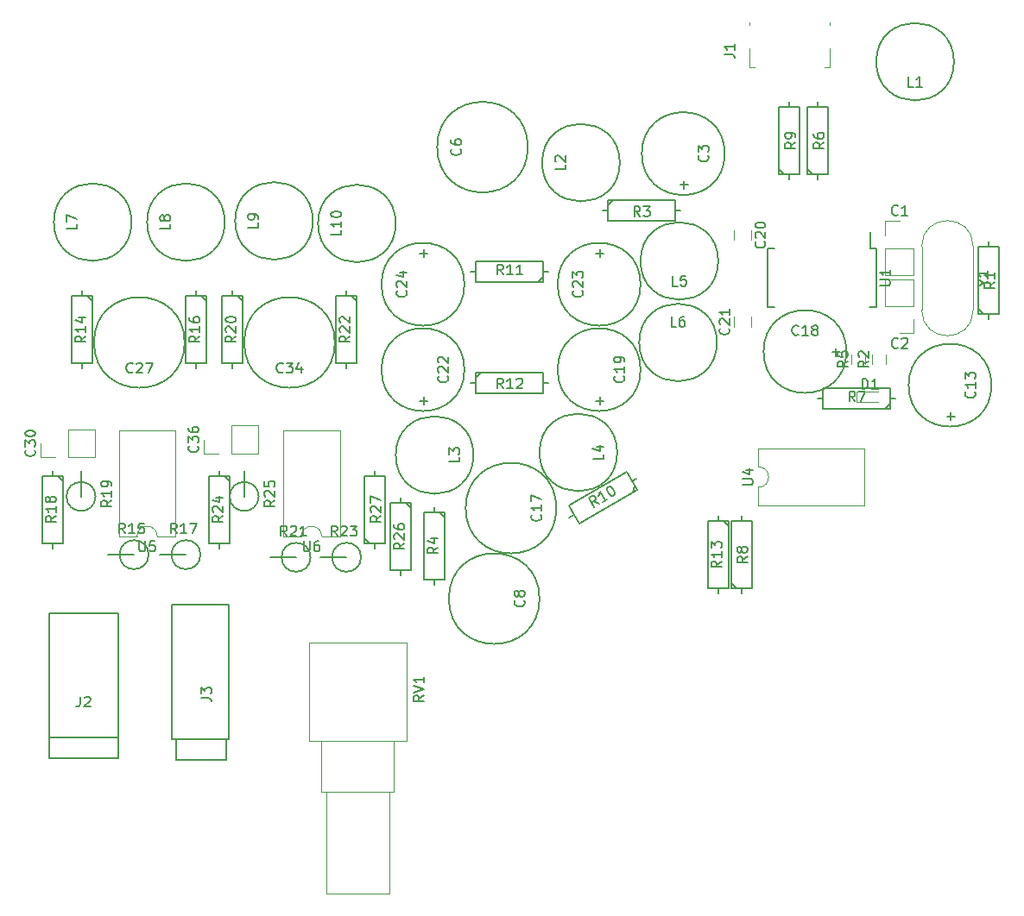
<source format=gbr>
G04 #@! TF.FileFunction,Legend,Top*
%FSLAX46Y46*%
G04 Gerber Fmt 4.6, Leading zero omitted, Abs format (unit mm)*
G04 Created by KiCad (PCBNEW 4.0.6+dfsg1-1) date Sat Nov  4 21:01:42 2017*
%MOMM*%
%LPD*%
G01*
G04 APERTURE LIST*
%ADD10C,0.100000*%
%ADD11C,0.120000*%
%ADD12C,0.150000*%
G04 APERTURE END LIST*
D10*
D11*
X173860000Y-48456000D02*
X174370000Y-48456000D01*
X173860000Y-44266000D02*
X173860000Y-44006000D01*
X173860000Y-48456000D02*
X173860000Y-46546000D01*
X181740000Y-48456000D02*
X181230000Y-48456000D01*
X181740000Y-46546000D02*
X181740000Y-48456000D01*
X181740000Y-44006000D02*
X181740000Y-44266000D01*
D12*
X177800000Y-59436000D02*
X177800000Y-58928000D01*
X177800000Y-51816000D02*
X177800000Y-52324000D01*
X177800000Y-52324000D02*
X176784000Y-52324000D01*
X176784000Y-52324000D02*
X176784000Y-58928000D01*
X176784000Y-58928000D02*
X178816000Y-58928000D01*
X178816000Y-58928000D02*
X178816000Y-52324000D01*
X178816000Y-52324000D02*
X177800000Y-52324000D01*
X177292000Y-58928000D02*
X176784000Y-58420000D01*
X180594000Y-59436000D02*
X180594000Y-58928000D01*
X180594000Y-51816000D02*
X180594000Y-52324000D01*
X180594000Y-52324000D02*
X179578000Y-52324000D01*
X179578000Y-52324000D02*
X179578000Y-58928000D01*
X179578000Y-58928000D02*
X181610000Y-58928000D01*
X181610000Y-58928000D02*
X181610000Y-52324000D01*
X181610000Y-52324000D02*
X180594000Y-52324000D01*
X180086000Y-58928000D02*
X179578000Y-58420000D01*
X186300000Y-66213000D02*
X185725000Y-66213000D01*
X186300000Y-71963000D02*
X185650000Y-71963000D01*
X175650000Y-71963000D02*
X176300000Y-71963000D01*
X175650000Y-66213000D02*
X176300000Y-66213000D01*
X186300000Y-66213000D02*
X186300000Y-71963000D01*
X175650000Y-66213000D02*
X175650000Y-71963000D01*
X185725000Y-66213000D02*
X185725000Y-64613000D01*
D11*
X187205000Y-66167000D02*
X187205000Y-68827000D01*
X187205000Y-68827000D02*
X189985000Y-68827000D01*
X189985000Y-68827000D02*
X189985000Y-66167000D01*
X189985000Y-66167000D02*
X187205000Y-66167000D01*
X187205000Y-64897000D02*
X187205000Y-63507000D01*
X187205000Y-63507000D02*
X188595000Y-63507000D01*
X189985000Y-71882000D02*
X189985000Y-69222000D01*
X189985000Y-69222000D02*
X187205000Y-69222000D01*
X187205000Y-69222000D02*
X187205000Y-71882000D01*
X187205000Y-71882000D02*
X189985000Y-71882000D01*
X189985000Y-73152000D02*
X189985000Y-74542000D01*
X189985000Y-74542000D02*
X188595000Y-74542000D01*
D12*
X171450000Y-56896000D02*
G75*
G03X171450000Y-56896000I-4064000J0D01*
G01*
X152146000Y-56261000D02*
G75*
G03X152146000Y-56261000I-4445000J0D01*
G01*
X153289000Y-100584000D02*
G75*
G03X153289000Y-100584000I-4445000J0D01*
G01*
X197612000Y-79629000D02*
G75*
G03X197612000Y-79629000I-4064000J0D01*
G01*
X154940000Y-91694000D02*
G75*
G03X154940000Y-91694000I-4445000J0D01*
G01*
X183388000Y-76327000D02*
G75*
G03X183388000Y-76327000I-4064000J0D01*
G01*
X163195000Y-78105000D02*
G75*
G03X163195000Y-78105000I-4064000J0D01*
G01*
D11*
X174078000Y-65397000D02*
X174078000Y-64397000D01*
X172378000Y-64397000D02*
X172378000Y-65397000D01*
X172378000Y-72906000D02*
X172378000Y-73906000D01*
X174078000Y-73906000D02*
X174078000Y-72906000D01*
D12*
X145923000Y-78105000D02*
G75*
G03X145923000Y-78105000I-4064000J0D01*
G01*
X163195000Y-69723000D02*
G75*
G03X163195000Y-69723000I-4064000J0D01*
G01*
X145923000Y-69723000D02*
G75*
G03X145923000Y-69723000I-4064000J0D01*
G01*
X118491000Y-75438000D02*
G75*
G03X118491000Y-75438000I-4445000J0D01*
G01*
D11*
X107061000Y-86734000D02*
X109721000Y-86734000D01*
X109721000Y-86734000D02*
X109721000Y-83954000D01*
X109721000Y-83954000D02*
X107061000Y-83954000D01*
X107061000Y-83954000D02*
X107061000Y-86734000D01*
X105791000Y-86734000D02*
X104401000Y-86734000D01*
X104401000Y-86734000D02*
X104401000Y-85344000D01*
D12*
X133223000Y-75438000D02*
G75*
G03X133223000Y-75438000I-4445000J0D01*
G01*
D11*
X123063000Y-86353000D02*
X125723000Y-86353000D01*
X125723000Y-86353000D02*
X125723000Y-83573000D01*
X125723000Y-83573000D02*
X123063000Y-83573000D01*
X123063000Y-83573000D02*
X123063000Y-86353000D01*
X121793000Y-86353000D02*
X120403000Y-86353000D01*
X120403000Y-86353000D02*
X120403000Y-84963000D01*
X184374000Y-80272000D02*
X184374000Y-81272000D01*
X184374000Y-81272000D02*
X186474000Y-81272000D01*
X184374000Y-80272000D02*
X186474000Y-80272000D01*
D12*
X105179000Y-114212000D02*
X105179000Y-116212000D01*
X105179000Y-116212000D02*
X111979000Y-116212000D01*
X111979000Y-116212000D02*
X111979000Y-114212000D01*
X111979000Y-108312000D02*
X111979000Y-102012000D01*
X111979000Y-102012000D02*
X111479000Y-102012000D01*
X105179000Y-114212000D02*
X105179000Y-113412000D01*
X111979000Y-113512000D02*
X111979000Y-114212000D01*
X111979000Y-114212000D02*
X105179000Y-114212000D01*
X111979000Y-108312000D02*
X111979000Y-113412000D01*
X111979000Y-113412000D02*
X111979000Y-113512000D01*
X105179000Y-102012000D02*
X111529000Y-102012000D01*
X105179000Y-113442000D02*
X105179000Y-102012000D01*
X121656000Y-116377000D02*
X122556000Y-116377000D01*
X122556000Y-116377000D02*
X122556000Y-114377000D01*
X117656000Y-114377000D02*
X117656000Y-116377000D01*
X117656000Y-116377000D02*
X121656000Y-116377000D01*
X117456000Y-114377000D02*
X117256000Y-114377000D01*
X117256000Y-114377000D02*
X117256000Y-101177000D01*
X117256000Y-101177000D02*
X122856000Y-101177000D01*
X122856000Y-101177000D02*
X122856000Y-101677000D01*
X122856000Y-101577000D02*
X122856000Y-114377000D01*
X122856000Y-114377000D02*
X117456000Y-114377000D01*
X193929000Y-47879000D02*
G75*
G03X193929000Y-47879000I-3810000J0D01*
G01*
X161163000Y-57785000D02*
G75*
G03X161163000Y-57785000I-3810000J0D01*
G01*
X146812000Y-86487000D02*
G75*
G03X146812000Y-86487000I-3810000J0D01*
G01*
X160909000Y-86233000D02*
G75*
G03X160909000Y-86233000I-3810000J0D01*
G01*
X170815000Y-67437000D02*
G75*
G03X170815000Y-67437000I-3810000J0D01*
G01*
X170688000Y-75438000D02*
G75*
G03X170688000Y-75438000I-3810000J0D01*
G01*
X113284000Y-63627000D02*
G75*
G03X113284000Y-63627000I-3810000J0D01*
G01*
X122428000Y-63627000D02*
G75*
G03X122428000Y-63627000I-3810000J0D01*
G01*
X131064000Y-63500000D02*
G75*
G03X131064000Y-63500000I-3810000J0D01*
G01*
X139192000Y-63754000D02*
G75*
G03X139192000Y-63754000I-3810000J0D01*
G01*
X197358000Y-73152000D02*
X197358000Y-72644000D01*
X197358000Y-65532000D02*
X197358000Y-66040000D01*
X197358000Y-66040000D02*
X196342000Y-66040000D01*
X196342000Y-66040000D02*
X196342000Y-72644000D01*
X196342000Y-72644000D02*
X198374000Y-72644000D01*
X198374000Y-72644000D02*
X198374000Y-66040000D01*
X198374000Y-66040000D02*
X197358000Y-66040000D01*
X196850000Y-72644000D02*
X196342000Y-72136000D01*
X159512000Y-62484000D02*
X160020000Y-62484000D01*
X167132000Y-62484000D02*
X166624000Y-62484000D01*
X166624000Y-62484000D02*
X166624000Y-61468000D01*
X166624000Y-61468000D02*
X160020000Y-61468000D01*
X160020000Y-61468000D02*
X160020000Y-63500000D01*
X160020000Y-63500000D02*
X166624000Y-63500000D01*
X166624000Y-63500000D02*
X166624000Y-62484000D01*
X160020000Y-61976000D02*
X160528000Y-61468000D01*
X143002000Y-91567000D02*
X143002000Y-92075000D01*
X143002000Y-99187000D02*
X143002000Y-98679000D01*
X143002000Y-98679000D02*
X144018000Y-98679000D01*
X144018000Y-98679000D02*
X144018000Y-92075000D01*
X144018000Y-92075000D02*
X141986000Y-92075000D01*
X141986000Y-92075000D02*
X141986000Y-98679000D01*
X141986000Y-98679000D02*
X143002000Y-98679000D01*
X143510000Y-92075000D02*
X144018000Y-92583000D01*
X188214000Y-80899000D02*
X187706000Y-80899000D01*
X180594000Y-80899000D02*
X181102000Y-80899000D01*
X181102000Y-80899000D02*
X181102000Y-81915000D01*
X181102000Y-81915000D02*
X187706000Y-81915000D01*
X187706000Y-81915000D02*
X187706000Y-79883000D01*
X187706000Y-79883000D02*
X181102000Y-79883000D01*
X181102000Y-79883000D02*
X181102000Y-80899000D01*
X187706000Y-81407000D02*
X187198000Y-81915000D01*
X173101000Y-100076000D02*
X173101000Y-99568000D01*
X173101000Y-92456000D02*
X173101000Y-92964000D01*
X173101000Y-92964000D02*
X172085000Y-92964000D01*
X172085000Y-92964000D02*
X172085000Y-99568000D01*
X172085000Y-99568000D02*
X174117000Y-99568000D01*
X174117000Y-99568000D02*
X174117000Y-92964000D01*
X174117000Y-92964000D02*
X173101000Y-92964000D01*
X172593000Y-99568000D02*
X172085000Y-99060000D01*
X162811557Y-88773000D02*
X162371616Y-89027000D01*
X156212443Y-92583000D02*
X156652384Y-92329000D01*
X156652384Y-92329000D02*
X157160384Y-93208882D01*
X157160384Y-93208882D02*
X162879616Y-89906882D01*
X162879616Y-89906882D02*
X161863616Y-88147118D01*
X161863616Y-88147118D02*
X156144384Y-91449118D01*
X156144384Y-91449118D02*
X156652384Y-92329000D01*
X162625616Y-89466941D02*
X162439675Y-90160882D01*
X154178000Y-68453000D02*
X153670000Y-68453000D01*
X146558000Y-68453000D02*
X147066000Y-68453000D01*
X147066000Y-68453000D02*
X147066000Y-69469000D01*
X147066000Y-69469000D02*
X153670000Y-69469000D01*
X153670000Y-69469000D02*
X153670000Y-67437000D01*
X153670000Y-67437000D02*
X147066000Y-67437000D01*
X147066000Y-67437000D02*
X147066000Y-68453000D01*
X153670000Y-68961000D02*
X153162000Y-69469000D01*
X146558000Y-79375000D02*
X147066000Y-79375000D01*
X154178000Y-79375000D02*
X153670000Y-79375000D01*
X153670000Y-79375000D02*
X153670000Y-78359000D01*
X153670000Y-78359000D02*
X147066000Y-78359000D01*
X147066000Y-78359000D02*
X147066000Y-80391000D01*
X147066000Y-80391000D02*
X153670000Y-80391000D01*
X153670000Y-80391000D02*
X153670000Y-79375000D01*
X147066000Y-78867000D02*
X147574000Y-78359000D01*
X170815000Y-92456000D02*
X170815000Y-92964000D01*
X170815000Y-100076000D02*
X170815000Y-99568000D01*
X170815000Y-99568000D02*
X171831000Y-99568000D01*
X171831000Y-99568000D02*
X171831000Y-92964000D01*
X171831000Y-92964000D02*
X169799000Y-92964000D01*
X169799000Y-92964000D02*
X169799000Y-99568000D01*
X169799000Y-99568000D02*
X170815000Y-99568000D01*
X171323000Y-92964000D02*
X171831000Y-93472000D01*
X108458000Y-70358000D02*
X108458000Y-70866000D01*
X108458000Y-77978000D02*
X108458000Y-77470000D01*
X108458000Y-77470000D02*
X109474000Y-77470000D01*
X109474000Y-77470000D02*
X109474000Y-70866000D01*
X109474000Y-70866000D02*
X107442000Y-70866000D01*
X107442000Y-70866000D02*
X107442000Y-77470000D01*
X107442000Y-77470000D02*
X108458000Y-77470000D01*
X108966000Y-70866000D02*
X109474000Y-71374000D01*
X119634000Y-70358000D02*
X119634000Y-70866000D01*
X119634000Y-77978000D02*
X119634000Y-77470000D01*
X119634000Y-77470000D02*
X120650000Y-77470000D01*
X120650000Y-77470000D02*
X120650000Y-70866000D01*
X120650000Y-70866000D02*
X118618000Y-70866000D01*
X118618000Y-70866000D02*
X118618000Y-77470000D01*
X118618000Y-77470000D02*
X119634000Y-77470000D01*
X120142000Y-70866000D02*
X120650000Y-71374000D01*
X105537000Y-88011000D02*
X105537000Y-88519000D01*
X105537000Y-95631000D02*
X105537000Y-95123000D01*
X105537000Y-95123000D02*
X106553000Y-95123000D01*
X106553000Y-95123000D02*
X106553000Y-88519000D01*
X106553000Y-88519000D02*
X104521000Y-88519000D01*
X104521000Y-88519000D02*
X104521000Y-95123000D01*
X104521000Y-95123000D02*
X105537000Y-95123000D01*
X106045000Y-88519000D02*
X106553000Y-89027000D01*
X123190000Y-70358000D02*
X123190000Y-70866000D01*
X123190000Y-77978000D02*
X123190000Y-77470000D01*
X123190000Y-77470000D02*
X124206000Y-77470000D01*
X124206000Y-77470000D02*
X124206000Y-70866000D01*
X124206000Y-70866000D02*
X122174000Y-70866000D01*
X122174000Y-70866000D02*
X122174000Y-77470000D01*
X122174000Y-77470000D02*
X123190000Y-77470000D01*
X123698000Y-70866000D02*
X124206000Y-71374000D01*
X134366000Y-70358000D02*
X134366000Y-70866000D01*
X134366000Y-77978000D02*
X134366000Y-77470000D01*
X134366000Y-77470000D02*
X135382000Y-77470000D01*
X135382000Y-77470000D02*
X135382000Y-70866000D01*
X135382000Y-70866000D02*
X133350000Y-70866000D01*
X133350000Y-70866000D02*
X133350000Y-77470000D01*
X133350000Y-77470000D02*
X134366000Y-77470000D01*
X134874000Y-70866000D02*
X135382000Y-71374000D01*
X121920000Y-88011000D02*
X121920000Y-88519000D01*
X121920000Y-95631000D02*
X121920000Y-95123000D01*
X121920000Y-95123000D02*
X122936000Y-95123000D01*
X122936000Y-95123000D02*
X122936000Y-88519000D01*
X122936000Y-88519000D02*
X120904000Y-88519000D01*
X120904000Y-88519000D02*
X120904000Y-95123000D01*
X120904000Y-95123000D02*
X121920000Y-95123000D01*
X122428000Y-88519000D02*
X122936000Y-89027000D01*
X139700000Y-90678000D02*
X139700000Y-91186000D01*
X139700000Y-98298000D02*
X139700000Y-97790000D01*
X139700000Y-97790000D02*
X140716000Y-97790000D01*
X140716000Y-97790000D02*
X140716000Y-91186000D01*
X140716000Y-91186000D02*
X138684000Y-91186000D01*
X138684000Y-91186000D02*
X138684000Y-97790000D01*
X138684000Y-97790000D02*
X139700000Y-97790000D01*
X140208000Y-91186000D02*
X140716000Y-91694000D01*
X137160000Y-95631000D02*
X137160000Y-95123000D01*
X137160000Y-88011000D02*
X137160000Y-88519000D01*
X137160000Y-88519000D02*
X136144000Y-88519000D01*
X136144000Y-88519000D02*
X136144000Y-95123000D01*
X136144000Y-95123000D02*
X138176000Y-95123000D01*
X138176000Y-95123000D02*
X138176000Y-88519000D01*
X138176000Y-88519000D02*
X137160000Y-88519000D01*
X136652000Y-95123000D02*
X136144000Y-94615000D01*
D11*
X140279000Y-104864000D02*
X140279000Y-114534000D01*
X130659000Y-104864000D02*
X130659000Y-114534000D01*
X140279000Y-104864000D02*
X130659000Y-104864000D01*
X140279000Y-114534000D02*
X130659000Y-114534000D01*
X139029000Y-114534000D02*
X139029000Y-119534000D01*
X131909000Y-114534000D02*
X131909000Y-119534000D01*
X139029000Y-114534000D02*
X131909000Y-114534000D01*
X139029000Y-119534000D02*
X131909000Y-119534000D01*
X138529000Y-119534000D02*
X138529000Y-129534000D01*
X132409000Y-119534000D02*
X132409000Y-129534000D01*
X138529000Y-119534000D02*
X132409000Y-119534000D01*
X138529000Y-129534000D02*
X132409000Y-129534000D01*
X174759000Y-87646000D02*
G75*
G02X174759000Y-89646000I0J-1000000D01*
G01*
X174759000Y-89646000D02*
X174759000Y-91416000D01*
X174759000Y-91416000D02*
X185159000Y-91416000D01*
X185159000Y-91416000D02*
X185159000Y-85876000D01*
X185159000Y-85876000D02*
X174759000Y-85876000D01*
X174759000Y-85876000D02*
X174759000Y-87646000D01*
X113808000Y-94481000D02*
G75*
G02X115808000Y-94481000I1000000J0D01*
G01*
X115808000Y-94481000D02*
X117578000Y-94481000D01*
X117578000Y-94481000D02*
X117578000Y-84081000D01*
X117578000Y-84081000D02*
X112038000Y-84081000D01*
X112038000Y-84081000D02*
X112038000Y-94481000D01*
X112038000Y-94481000D02*
X113808000Y-94481000D01*
X129937000Y-94481000D02*
G75*
G02X131937000Y-94481000I1000000J0D01*
G01*
X131937000Y-94481000D02*
X133707000Y-94481000D01*
X133707000Y-94481000D02*
X133707000Y-84081000D01*
X133707000Y-84081000D02*
X128167000Y-84081000D01*
X128167000Y-84081000D02*
X128167000Y-94481000D01*
X128167000Y-94481000D02*
X129937000Y-94481000D01*
X190769000Y-66000000D02*
G75*
G02X195819000Y-66000000I2525000J0D01*
G01*
X190769000Y-72250000D02*
G75*
G03X195819000Y-72250000I2525000J0D01*
G01*
X195819000Y-66000000D02*
X195819000Y-72250000D01*
X190769000Y-66000000D02*
X190769000Y-72250000D01*
X185211000Y-76589000D02*
X185211000Y-77589000D01*
X183851000Y-77589000D02*
X183851000Y-76589000D01*
X187243000Y-76589000D02*
X187243000Y-77589000D01*
X185883000Y-77589000D02*
X185883000Y-76589000D01*
D12*
X134366000Y-96520000D02*
X131826000Y-96520000D01*
X135785903Y-96520000D02*
G75*
G03X135785903Y-96520000I-1419903J0D01*
G01*
X124333000Y-90551000D02*
X124333000Y-88011000D01*
X125752903Y-90551000D02*
G75*
G03X125752903Y-90551000I-1419903J0D01*
G01*
X129413000Y-96520000D02*
X126873000Y-96520000D01*
X130832903Y-96520000D02*
G75*
G03X130832903Y-96520000I-1419903J0D01*
G01*
X108331000Y-90551000D02*
X108331000Y-88011000D01*
X109750903Y-90551000D02*
G75*
G03X109750903Y-90551000I-1419903J0D01*
G01*
X118618000Y-96266000D02*
X116078000Y-96266000D01*
X120037903Y-96266000D02*
G75*
G03X120037903Y-96266000I-1419903J0D01*
G01*
X113538000Y-96266000D02*
X110998000Y-96266000D01*
X114957903Y-96266000D02*
G75*
G03X114957903Y-96266000I-1419903J0D01*
G01*
X171412381Y-47139333D02*
X172126667Y-47139333D01*
X172269524Y-47186953D01*
X172364762Y-47282191D01*
X172412381Y-47425048D01*
X172412381Y-47520286D01*
X172412381Y-46139333D02*
X172412381Y-46710762D01*
X172412381Y-46425048D02*
X171412381Y-46425048D01*
X171555238Y-46520286D01*
X171650476Y-46615524D01*
X171698095Y-46710762D01*
X178379381Y-55792666D02*
X177903190Y-56126000D01*
X178379381Y-56364095D02*
X177379381Y-56364095D01*
X177379381Y-55983142D01*
X177427000Y-55887904D01*
X177474619Y-55840285D01*
X177569857Y-55792666D01*
X177712714Y-55792666D01*
X177807952Y-55840285D01*
X177855571Y-55887904D01*
X177903190Y-55983142D01*
X177903190Y-56364095D01*
X178379381Y-55316476D02*
X178379381Y-55126000D01*
X178331762Y-55030761D01*
X178284143Y-54983142D01*
X178141286Y-54887904D01*
X177950810Y-54840285D01*
X177569857Y-54840285D01*
X177474619Y-54887904D01*
X177427000Y-54935523D01*
X177379381Y-55030761D01*
X177379381Y-55221238D01*
X177427000Y-55316476D01*
X177474619Y-55364095D01*
X177569857Y-55411714D01*
X177807952Y-55411714D01*
X177903190Y-55364095D01*
X177950810Y-55316476D01*
X177998429Y-55221238D01*
X177998429Y-55030761D01*
X177950810Y-54935523D01*
X177903190Y-54887904D01*
X177807952Y-54840285D01*
X181173381Y-55792666D02*
X180697190Y-56126000D01*
X181173381Y-56364095D02*
X180173381Y-56364095D01*
X180173381Y-55983142D01*
X180221000Y-55887904D01*
X180268619Y-55840285D01*
X180363857Y-55792666D01*
X180506714Y-55792666D01*
X180601952Y-55840285D01*
X180649571Y-55887904D01*
X180697190Y-55983142D01*
X180697190Y-56364095D01*
X180173381Y-54935523D02*
X180173381Y-55126000D01*
X180221000Y-55221238D01*
X180268619Y-55268857D01*
X180411476Y-55364095D01*
X180601952Y-55411714D01*
X180982905Y-55411714D01*
X181078143Y-55364095D01*
X181125762Y-55316476D01*
X181173381Y-55221238D01*
X181173381Y-55030761D01*
X181125762Y-54935523D01*
X181078143Y-54887904D01*
X180982905Y-54840285D01*
X180744810Y-54840285D01*
X180649571Y-54887904D01*
X180601952Y-54935523D01*
X180554333Y-55030761D01*
X180554333Y-55221238D01*
X180601952Y-55316476D01*
X180649571Y-55364095D01*
X180744810Y-55411714D01*
X186677381Y-69849905D02*
X187486905Y-69849905D01*
X187582143Y-69802286D01*
X187629762Y-69754667D01*
X187677381Y-69659429D01*
X187677381Y-69468952D01*
X187629762Y-69373714D01*
X187582143Y-69326095D01*
X187486905Y-69278476D01*
X186677381Y-69278476D01*
X187677381Y-68278476D02*
X187677381Y-68849905D01*
X187677381Y-68564191D02*
X186677381Y-68564191D01*
X186820238Y-68659429D01*
X186915476Y-68754667D01*
X186963095Y-68849905D01*
X188428334Y-62864143D02*
X188380715Y-62911762D01*
X188237858Y-62959381D01*
X188142620Y-62959381D01*
X187999762Y-62911762D01*
X187904524Y-62816524D01*
X187856905Y-62721286D01*
X187809286Y-62530810D01*
X187809286Y-62387952D01*
X187856905Y-62197476D01*
X187904524Y-62102238D01*
X187999762Y-62007000D01*
X188142620Y-61959381D01*
X188237858Y-61959381D01*
X188380715Y-62007000D01*
X188428334Y-62054619D01*
X189380715Y-62959381D02*
X188809286Y-62959381D01*
X189095000Y-62959381D02*
X189095000Y-61959381D01*
X188999762Y-62102238D01*
X188904524Y-62197476D01*
X188809286Y-62245095D01*
X188428334Y-75899143D02*
X188380715Y-75946762D01*
X188237858Y-75994381D01*
X188142620Y-75994381D01*
X187999762Y-75946762D01*
X187904524Y-75851524D01*
X187856905Y-75756286D01*
X187809286Y-75565810D01*
X187809286Y-75422952D01*
X187856905Y-75232476D01*
X187904524Y-75137238D01*
X187999762Y-75042000D01*
X188142620Y-74994381D01*
X188237858Y-74994381D01*
X188380715Y-75042000D01*
X188428334Y-75089619D01*
X188809286Y-75089619D02*
X188856905Y-75042000D01*
X188952143Y-74994381D01*
X189190239Y-74994381D01*
X189285477Y-75042000D01*
X189333096Y-75089619D01*
X189380715Y-75184857D01*
X189380715Y-75280095D01*
X189333096Y-75422952D01*
X188761667Y-75994381D01*
X189380715Y-75994381D01*
X169775143Y-57062666D02*
X169822762Y-57110285D01*
X169870381Y-57253142D01*
X169870381Y-57348380D01*
X169822762Y-57491238D01*
X169727524Y-57586476D01*
X169632286Y-57634095D01*
X169441810Y-57681714D01*
X169298952Y-57681714D01*
X169108476Y-57634095D01*
X169013238Y-57586476D01*
X168918000Y-57491238D01*
X168870381Y-57348380D01*
X168870381Y-57253142D01*
X168918000Y-57110285D01*
X168965619Y-57062666D01*
X168870381Y-56729333D02*
X168870381Y-56110285D01*
X169251333Y-56443619D01*
X169251333Y-56300761D01*
X169298952Y-56205523D01*
X169346571Y-56157904D01*
X169441810Y-56110285D01*
X169679905Y-56110285D01*
X169775143Y-56157904D01*
X169822762Y-56205523D01*
X169870381Y-56300761D01*
X169870381Y-56586476D01*
X169822762Y-56681714D01*
X169775143Y-56729333D01*
X167457429Y-60322412D02*
X167457429Y-59560507D01*
X167838381Y-59941459D02*
X167076476Y-59941459D01*
X145518143Y-56427666D02*
X145565762Y-56475285D01*
X145613381Y-56618142D01*
X145613381Y-56713380D01*
X145565762Y-56856238D01*
X145470524Y-56951476D01*
X145375286Y-56999095D01*
X145184810Y-57046714D01*
X145041952Y-57046714D01*
X144851476Y-56999095D01*
X144756238Y-56951476D01*
X144661000Y-56856238D01*
X144613381Y-56713380D01*
X144613381Y-56618142D01*
X144661000Y-56475285D01*
X144708619Y-56427666D01*
X144613381Y-55570523D02*
X144613381Y-55761000D01*
X144661000Y-55856238D01*
X144708619Y-55903857D01*
X144851476Y-55999095D01*
X145041952Y-56046714D01*
X145422905Y-56046714D01*
X145518143Y-55999095D01*
X145565762Y-55951476D01*
X145613381Y-55856238D01*
X145613381Y-55665761D01*
X145565762Y-55570523D01*
X145518143Y-55522904D01*
X145422905Y-55475285D01*
X145184810Y-55475285D01*
X145089571Y-55522904D01*
X145041952Y-55570523D01*
X144994333Y-55665761D01*
X144994333Y-55856238D01*
X145041952Y-55951476D01*
X145089571Y-55999095D01*
X145184810Y-56046714D01*
X151741143Y-100750666D02*
X151788762Y-100798285D01*
X151836381Y-100941142D01*
X151836381Y-101036380D01*
X151788762Y-101179238D01*
X151693524Y-101274476D01*
X151598286Y-101322095D01*
X151407810Y-101369714D01*
X151264952Y-101369714D01*
X151074476Y-101322095D01*
X150979238Y-101274476D01*
X150884000Y-101179238D01*
X150836381Y-101036380D01*
X150836381Y-100941142D01*
X150884000Y-100798285D01*
X150931619Y-100750666D01*
X151264952Y-100179238D02*
X151217333Y-100274476D01*
X151169714Y-100322095D01*
X151074476Y-100369714D01*
X151026857Y-100369714D01*
X150931619Y-100322095D01*
X150884000Y-100274476D01*
X150836381Y-100179238D01*
X150836381Y-99988761D01*
X150884000Y-99893523D01*
X150931619Y-99845904D01*
X151026857Y-99798285D01*
X151074476Y-99798285D01*
X151169714Y-99845904D01*
X151217333Y-99893523D01*
X151264952Y-99988761D01*
X151264952Y-100179238D01*
X151312571Y-100274476D01*
X151360190Y-100322095D01*
X151455429Y-100369714D01*
X151645905Y-100369714D01*
X151741143Y-100322095D01*
X151788762Y-100274476D01*
X151836381Y-100179238D01*
X151836381Y-99988761D01*
X151788762Y-99893523D01*
X151741143Y-99845904D01*
X151645905Y-99798285D01*
X151455429Y-99798285D01*
X151360190Y-99845904D01*
X151312571Y-99893523D01*
X151264952Y-99988761D01*
X195937143Y-80271857D02*
X195984762Y-80319476D01*
X196032381Y-80462333D01*
X196032381Y-80557571D01*
X195984762Y-80700429D01*
X195889524Y-80795667D01*
X195794286Y-80843286D01*
X195603810Y-80890905D01*
X195460952Y-80890905D01*
X195270476Y-80843286D01*
X195175238Y-80795667D01*
X195080000Y-80700429D01*
X195032381Y-80557571D01*
X195032381Y-80462333D01*
X195080000Y-80319476D01*
X195127619Y-80271857D01*
X196032381Y-79319476D02*
X196032381Y-79890905D01*
X196032381Y-79605191D02*
X195032381Y-79605191D01*
X195175238Y-79700429D01*
X195270476Y-79795667D01*
X195318095Y-79890905D01*
X195032381Y-78986143D02*
X195032381Y-78367095D01*
X195413333Y-78700429D01*
X195413333Y-78557571D01*
X195460952Y-78462333D01*
X195508571Y-78414714D01*
X195603810Y-78367095D01*
X195841905Y-78367095D01*
X195937143Y-78414714D01*
X195984762Y-78462333D01*
X196032381Y-78557571D01*
X196032381Y-78843286D01*
X195984762Y-78938524D01*
X195937143Y-78986143D01*
X193619429Y-83055412D02*
X193619429Y-82293507D01*
X194000381Y-82674459D02*
X193238476Y-82674459D01*
X153392143Y-92336857D02*
X153439762Y-92384476D01*
X153487381Y-92527333D01*
X153487381Y-92622571D01*
X153439762Y-92765429D01*
X153344524Y-92860667D01*
X153249286Y-92908286D01*
X153058810Y-92955905D01*
X152915952Y-92955905D01*
X152725476Y-92908286D01*
X152630238Y-92860667D01*
X152535000Y-92765429D01*
X152487381Y-92622571D01*
X152487381Y-92527333D01*
X152535000Y-92384476D01*
X152582619Y-92336857D01*
X153487381Y-91384476D02*
X153487381Y-91955905D01*
X153487381Y-91670191D02*
X152487381Y-91670191D01*
X152630238Y-91765429D01*
X152725476Y-91860667D01*
X152773095Y-91955905D01*
X152487381Y-91051143D02*
X152487381Y-90384476D01*
X153487381Y-90813048D01*
X178681143Y-74652143D02*
X178633524Y-74699762D01*
X178490667Y-74747381D01*
X178395429Y-74747381D01*
X178252571Y-74699762D01*
X178157333Y-74604524D01*
X178109714Y-74509286D01*
X178062095Y-74318810D01*
X178062095Y-74175952D01*
X178109714Y-73985476D01*
X178157333Y-73890238D01*
X178252571Y-73795000D01*
X178395429Y-73747381D01*
X178490667Y-73747381D01*
X178633524Y-73795000D01*
X178681143Y-73842619D01*
X179633524Y-74747381D02*
X179062095Y-74747381D01*
X179347809Y-74747381D02*
X179347809Y-73747381D01*
X179252571Y-73890238D01*
X179157333Y-73985476D01*
X179062095Y-74033095D01*
X180204952Y-74175952D02*
X180109714Y-74128333D01*
X180062095Y-74080714D01*
X180014476Y-73985476D01*
X180014476Y-73937857D01*
X180062095Y-73842619D01*
X180109714Y-73795000D01*
X180204952Y-73747381D01*
X180395429Y-73747381D01*
X180490667Y-73795000D01*
X180538286Y-73842619D01*
X180585905Y-73937857D01*
X180585905Y-73985476D01*
X180538286Y-74080714D01*
X180490667Y-74128333D01*
X180395429Y-74175952D01*
X180204952Y-74175952D01*
X180109714Y-74223571D01*
X180062095Y-74271190D01*
X180014476Y-74366429D01*
X180014476Y-74556905D01*
X180062095Y-74652143D01*
X180109714Y-74699762D01*
X180204952Y-74747381D01*
X180395429Y-74747381D01*
X180490667Y-74699762D01*
X180538286Y-74652143D01*
X180585905Y-74556905D01*
X180585905Y-74366429D01*
X180538286Y-74271190D01*
X180490667Y-74223571D01*
X180395429Y-74175952D01*
X181988508Y-76398429D02*
X182750413Y-76398429D01*
X182369461Y-76779381D02*
X182369461Y-76017476D01*
X161520143Y-78747857D02*
X161567762Y-78795476D01*
X161615381Y-78938333D01*
X161615381Y-79033571D01*
X161567762Y-79176429D01*
X161472524Y-79271667D01*
X161377286Y-79319286D01*
X161186810Y-79366905D01*
X161043952Y-79366905D01*
X160853476Y-79319286D01*
X160758238Y-79271667D01*
X160663000Y-79176429D01*
X160615381Y-79033571D01*
X160615381Y-78938333D01*
X160663000Y-78795476D01*
X160710619Y-78747857D01*
X161615381Y-77795476D02*
X161615381Y-78366905D01*
X161615381Y-78081191D02*
X160615381Y-78081191D01*
X160758238Y-78176429D01*
X160853476Y-78271667D01*
X160901095Y-78366905D01*
X161615381Y-77319286D02*
X161615381Y-77128810D01*
X161567762Y-77033571D01*
X161520143Y-76985952D01*
X161377286Y-76890714D01*
X161186810Y-76843095D01*
X160805857Y-76843095D01*
X160710619Y-76890714D01*
X160663000Y-76938333D01*
X160615381Y-77033571D01*
X160615381Y-77224048D01*
X160663000Y-77319286D01*
X160710619Y-77366905D01*
X160805857Y-77414524D01*
X161043952Y-77414524D01*
X161139190Y-77366905D01*
X161186810Y-77319286D01*
X161234429Y-77224048D01*
X161234429Y-77033571D01*
X161186810Y-76938333D01*
X161139190Y-76890714D01*
X161043952Y-76843095D01*
X159202429Y-81531412D02*
X159202429Y-80769507D01*
X159583381Y-81150459D02*
X158821476Y-81150459D01*
X175335143Y-65539857D02*
X175382762Y-65587476D01*
X175430381Y-65730333D01*
X175430381Y-65825571D01*
X175382762Y-65968429D01*
X175287524Y-66063667D01*
X175192286Y-66111286D01*
X175001810Y-66158905D01*
X174858952Y-66158905D01*
X174668476Y-66111286D01*
X174573238Y-66063667D01*
X174478000Y-65968429D01*
X174430381Y-65825571D01*
X174430381Y-65730333D01*
X174478000Y-65587476D01*
X174525619Y-65539857D01*
X174525619Y-65158905D02*
X174478000Y-65111286D01*
X174430381Y-65016048D01*
X174430381Y-64777952D01*
X174478000Y-64682714D01*
X174525619Y-64635095D01*
X174620857Y-64587476D01*
X174716095Y-64587476D01*
X174858952Y-64635095D01*
X175430381Y-65206524D01*
X175430381Y-64587476D01*
X174430381Y-63968429D02*
X174430381Y-63873190D01*
X174478000Y-63777952D01*
X174525619Y-63730333D01*
X174620857Y-63682714D01*
X174811333Y-63635095D01*
X175049429Y-63635095D01*
X175239905Y-63682714D01*
X175335143Y-63730333D01*
X175382762Y-63777952D01*
X175430381Y-63873190D01*
X175430381Y-63968429D01*
X175382762Y-64063667D01*
X175335143Y-64111286D01*
X175239905Y-64158905D01*
X175049429Y-64206524D01*
X174811333Y-64206524D01*
X174620857Y-64158905D01*
X174525619Y-64111286D01*
X174478000Y-64063667D01*
X174430381Y-63968429D01*
X171835143Y-74048857D02*
X171882762Y-74096476D01*
X171930381Y-74239333D01*
X171930381Y-74334571D01*
X171882762Y-74477429D01*
X171787524Y-74572667D01*
X171692286Y-74620286D01*
X171501810Y-74667905D01*
X171358952Y-74667905D01*
X171168476Y-74620286D01*
X171073238Y-74572667D01*
X170978000Y-74477429D01*
X170930381Y-74334571D01*
X170930381Y-74239333D01*
X170978000Y-74096476D01*
X171025619Y-74048857D01*
X171025619Y-73667905D02*
X170978000Y-73620286D01*
X170930381Y-73525048D01*
X170930381Y-73286952D01*
X170978000Y-73191714D01*
X171025619Y-73144095D01*
X171120857Y-73096476D01*
X171216095Y-73096476D01*
X171358952Y-73144095D01*
X171930381Y-73715524D01*
X171930381Y-73096476D01*
X171930381Y-72144095D02*
X171930381Y-72715524D01*
X171930381Y-72429810D02*
X170930381Y-72429810D01*
X171073238Y-72525048D01*
X171168476Y-72620286D01*
X171216095Y-72715524D01*
X144248143Y-78747857D02*
X144295762Y-78795476D01*
X144343381Y-78938333D01*
X144343381Y-79033571D01*
X144295762Y-79176429D01*
X144200524Y-79271667D01*
X144105286Y-79319286D01*
X143914810Y-79366905D01*
X143771952Y-79366905D01*
X143581476Y-79319286D01*
X143486238Y-79271667D01*
X143391000Y-79176429D01*
X143343381Y-79033571D01*
X143343381Y-78938333D01*
X143391000Y-78795476D01*
X143438619Y-78747857D01*
X143438619Y-78366905D02*
X143391000Y-78319286D01*
X143343381Y-78224048D01*
X143343381Y-77985952D01*
X143391000Y-77890714D01*
X143438619Y-77843095D01*
X143533857Y-77795476D01*
X143629095Y-77795476D01*
X143771952Y-77843095D01*
X144343381Y-78414524D01*
X144343381Y-77795476D01*
X143438619Y-77414524D02*
X143391000Y-77366905D01*
X143343381Y-77271667D01*
X143343381Y-77033571D01*
X143391000Y-76938333D01*
X143438619Y-76890714D01*
X143533857Y-76843095D01*
X143629095Y-76843095D01*
X143771952Y-76890714D01*
X144343381Y-77462143D01*
X144343381Y-76843095D01*
X141930429Y-81531412D02*
X141930429Y-80769507D01*
X142311381Y-81150459D02*
X141549476Y-81150459D01*
X157456143Y-70365857D02*
X157503762Y-70413476D01*
X157551381Y-70556333D01*
X157551381Y-70651571D01*
X157503762Y-70794429D01*
X157408524Y-70889667D01*
X157313286Y-70937286D01*
X157122810Y-70984905D01*
X156979952Y-70984905D01*
X156789476Y-70937286D01*
X156694238Y-70889667D01*
X156599000Y-70794429D01*
X156551381Y-70651571D01*
X156551381Y-70556333D01*
X156599000Y-70413476D01*
X156646619Y-70365857D01*
X156646619Y-69984905D02*
X156599000Y-69937286D01*
X156551381Y-69842048D01*
X156551381Y-69603952D01*
X156599000Y-69508714D01*
X156646619Y-69461095D01*
X156741857Y-69413476D01*
X156837095Y-69413476D01*
X156979952Y-69461095D01*
X157551381Y-70032524D01*
X157551381Y-69413476D01*
X156551381Y-69080143D02*
X156551381Y-68461095D01*
X156932333Y-68794429D01*
X156932333Y-68651571D01*
X156979952Y-68556333D01*
X157027571Y-68508714D01*
X157122810Y-68461095D01*
X157360905Y-68461095D01*
X157456143Y-68508714D01*
X157503762Y-68556333D01*
X157551381Y-68651571D01*
X157551381Y-68937286D01*
X157503762Y-69032524D01*
X157456143Y-69080143D01*
X159202429Y-67058492D02*
X159202429Y-66296587D01*
X159583381Y-66677539D02*
X158821476Y-66677539D01*
X140184143Y-70365857D02*
X140231762Y-70413476D01*
X140279381Y-70556333D01*
X140279381Y-70651571D01*
X140231762Y-70794429D01*
X140136524Y-70889667D01*
X140041286Y-70937286D01*
X139850810Y-70984905D01*
X139707952Y-70984905D01*
X139517476Y-70937286D01*
X139422238Y-70889667D01*
X139327000Y-70794429D01*
X139279381Y-70651571D01*
X139279381Y-70556333D01*
X139327000Y-70413476D01*
X139374619Y-70365857D01*
X139374619Y-69984905D02*
X139327000Y-69937286D01*
X139279381Y-69842048D01*
X139279381Y-69603952D01*
X139327000Y-69508714D01*
X139374619Y-69461095D01*
X139469857Y-69413476D01*
X139565095Y-69413476D01*
X139707952Y-69461095D01*
X140279381Y-70032524D01*
X140279381Y-69413476D01*
X139612714Y-68556333D02*
X140279381Y-68556333D01*
X139231762Y-68794429D02*
X139946048Y-69032524D01*
X139946048Y-68413476D01*
X141930429Y-67058492D02*
X141930429Y-66296587D01*
X142311381Y-66677539D02*
X141549476Y-66677539D01*
X113403143Y-78335143D02*
X113355524Y-78382762D01*
X113212667Y-78430381D01*
X113117429Y-78430381D01*
X112974571Y-78382762D01*
X112879333Y-78287524D01*
X112831714Y-78192286D01*
X112784095Y-78001810D01*
X112784095Y-77858952D01*
X112831714Y-77668476D01*
X112879333Y-77573238D01*
X112974571Y-77478000D01*
X113117429Y-77430381D01*
X113212667Y-77430381D01*
X113355524Y-77478000D01*
X113403143Y-77525619D01*
X113784095Y-77525619D02*
X113831714Y-77478000D01*
X113926952Y-77430381D01*
X114165048Y-77430381D01*
X114260286Y-77478000D01*
X114307905Y-77525619D01*
X114355524Y-77620857D01*
X114355524Y-77716095D01*
X114307905Y-77858952D01*
X113736476Y-78430381D01*
X114355524Y-78430381D01*
X114688857Y-77430381D02*
X115355524Y-77430381D01*
X114926952Y-78430381D01*
X103758143Y-85986857D02*
X103805762Y-86034476D01*
X103853381Y-86177333D01*
X103853381Y-86272571D01*
X103805762Y-86415429D01*
X103710524Y-86510667D01*
X103615286Y-86558286D01*
X103424810Y-86605905D01*
X103281952Y-86605905D01*
X103091476Y-86558286D01*
X102996238Y-86510667D01*
X102901000Y-86415429D01*
X102853381Y-86272571D01*
X102853381Y-86177333D01*
X102901000Y-86034476D01*
X102948619Y-85986857D01*
X102853381Y-85653524D02*
X102853381Y-85034476D01*
X103234333Y-85367810D01*
X103234333Y-85224952D01*
X103281952Y-85129714D01*
X103329571Y-85082095D01*
X103424810Y-85034476D01*
X103662905Y-85034476D01*
X103758143Y-85082095D01*
X103805762Y-85129714D01*
X103853381Y-85224952D01*
X103853381Y-85510667D01*
X103805762Y-85605905D01*
X103758143Y-85653524D01*
X102853381Y-84415429D02*
X102853381Y-84320190D01*
X102901000Y-84224952D01*
X102948619Y-84177333D01*
X103043857Y-84129714D01*
X103234333Y-84082095D01*
X103472429Y-84082095D01*
X103662905Y-84129714D01*
X103758143Y-84177333D01*
X103805762Y-84224952D01*
X103853381Y-84320190D01*
X103853381Y-84415429D01*
X103805762Y-84510667D01*
X103758143Y-84558286D01*
X103662905Y-84605905D01*
X103472429Y-84653524D01*
X103234333Y-84653524D01*
X103043857Y-84605905D01*
X102948619Y-84558286D01*
X102901000Y-84510667D01*
X102853381Y-84415429D01*
X128135143Y-78335143D02*
X128087524Y-78382762D01*
X127944667Y-78430381D01*
X127849429Y-78430381D01*
X127706571Y-78382762D01*
X127611333Y-78287524D01*
X127563714Y-78192286D01*
X127516095Y-78001810D01*
X127516095Y-77858952D01*
X127563714Y-77668476D01*
X127611333Y-77573238D01*
X127706571Y-77478000D01*
X127849429Y-77430381D01*
X127944667Y-77430381D01*
X128087524Y-77478000D01*
X128135143Y-77525619D01*
X128468476Y-77430381D02*
X129087524Y-77430381D01*
X128754190Y-77811333D01*
X128897048Y-77811333D01*
X128992286Y-77858952D01*
X129039905Y-77906571D01*
X129087524Y-78001810D01*
X129087524Y-78239905D01*
X129039905Y-78335143D01*
X128992286Y-78382762D01*
X128897048Y-78430381D01*
X128611333Y-78430381D01*
X128516095Y-78382762D01*
X128468476Y-78335143D01*
X129944667Y-77763714D02*
X129944667Y-78430381D01*
X129706571Y-77382762D02*
X129468476Y-78097048D01*
X130087524Y-78097048D01*
X119760143Y-85605857D02*
X119807762Y-85653476D01*
X119855381Y-85796333D01*
X119855381Y-85891571D01*
X119807762Y-86034429D01*
X119712524Y-86129667D01*
X119617286Y-86177286D01*
X119426810Y-86224905D01*
X119283952Y-86224905D01*
X119093476Y-86177286D01*
X118998238Y-86129667D01*
X118903000Y-86034429D01*
X118855381Y-85891571D01*
X118855381Y-85796333D01*
X118903000Y-85653476D01*
X118950619Y-85605857D01*
X118855381Y-85272524D02*
X118855381Y-84653476D01*
X119236333Y-84986810D01*
X119236333Y-84843952D01*
X119283952Y-84748714D01*
X119331571Y-84701095D01*
X119426810Y-84653476D01*
X119664905Y-84653476D01*
X119760143Y-84701095D01*
X119807762Y-84748714D01*
X119855381Y-84843952D01*
X119855381Y-85129667D01*
X119807762Y-85224905D01*
X119760143Y-85272524D01*
X118855381Y-83796333D02*
X118855381Y-83986810D01*
X118903000Y-84082048D01*
X118950619Y-84129667D01*
X119093476Y-84224905D01*
X119283952Y-84272524D01*
X119664905Y-84272524D01*
X119760143Y-84224905D01*
X119807762Y-84177286D01*
X119855381Y-84082048D01*
X119855381Y-83891571D01*
X119807762Y-83796333D01*
X119760143Y-83748714D01*
X119664905Y-83701095D01*
X119426810Y-83701095D01*
X119331571Y-83748714D01*
X119283952Y-83796333D01*
X119236333Y-83891571D01*
X119236333Y-84082048D01*
X119283952Y-84177286D01*
X119331571Y-84224905D01*
X119426810Y-84272524D01*
X184935905Y-79974381D02*
X184935905Y-78974381D01*
X185174000Y-78974381D01*
X185316858Y-79022000D01*
X185412096Y-79117238D01*
X185459715Y-79212476D01*
X185507334Y-79402952D01*
X185507334Y-79545810D01*
X185459715Y-79736286D01*
X185412096Y-79831524D01*
X185316858Y-79926762D01*
X185174000Y-79974381D01*
X184935905Y-79974381D01*
X186459715Y-79974381D02*
X185888286Y-79974381D01*
X186174000Y-79974381D02*
X186174000Y-78974381D01*
X186078762Y-79117238D01*
X185983524Y-79212476D01*
X185888286Y-79260095D01*
X108251667Y-110196381D02*
X108251667Y-110910667D01*
X108204047Y-111053524D01*
X108108809Y-111148762D01*
X107965952Y-111196381D01*
X107870714Y-111196381D01*
X108680238Y-110291619D02*
X108727857Y-110244000D01*
X108823095Y-110196381D01*
X109061191Y-110196381D01*
X109156429Y-110244000D01*
X109204048Y-110291619D01*
X109251667Y-110386857D01*
X109251667Y-110482095D01*
X109204048Y-110624952D01*
X108632619Y-111196381D01*
X109251667Y-111196381D01*
X120108381Y-110310333D02*
X120822667Y-110310333D01*
X120965524Y-110357953D01*
X121060762Y-110453191D01*
X121108381Y-110596048D01*
X121108381Y-110691286D01*
X120108381Y-109929381D02*
X120108381Y-109310333D01*
X120489333Y-109643667D01*
X120489333Y-109500809D01*
X120536952Y-109405571D01*
X120584571Y-109357952D01*
X120679810Y-109310333D01*
X120917905Y-109310333D01*
X121013143Y-109357952D01*
X121060762Y-109405571D01*
X121108381Y-109500809D01*
X121108381Y-109786524D01*
X121060762Y-109881762D01*
X121013143Y-109929381D01*
X189952334Y-50330361D02*
X189476143Y-50330361D01*
X189476143Y-49330361D01*
X190809477Y-50330361D02*
X190238048Y-50330361D01*
X190523762Y-50330361D02*
X190523762Y-49330361D01*
X190428524Y-49473218D01*
X190333286Y-49568456D01*
X190238048Y-49616075D01*
X155806401Y-57951666D02*
X155806401Y-58427857D01*
X154806401Y-58427857D01*
X154901639Y-57665952D02*
X154854020Y-57618333D01*
X154806401Y-57523095D01*
X154806401Y-57284999D01*
X154854020Y-57189761D01*
X154901639Y-57142142D01*
X154996877Y-57094523D01*
X155092115Y-57094523D01*
X155234972Y-57142142D01*
X155806401Y-57713571D01*
X155806401Y-57094523D01*
X145453361Y-86653666D02*
X145453361Y-87129857D01*
X144453361Y-87129857D01*
X144453361Y-86415571D02*
X144453361Y-85796523D01*
X144834313Y-86129857D01*
X144834313Y-85986999D01*
X144881932Y-85891761D01*
X144929551Y-85844142D01*
X145024790Y-85796523D01*
X145262885Y-85796523D01*
X145358123Y-85844142D01*
X145405742Y-85891761D01*
X145453361Y-85986999D01*
X145453361Y-86272714D01*
X145405742Y-86367952D01*
X145358123Y-86415571D01*
X159550361Y-86399666D02*
X159550361Y-86875857D01*
X158550361Y-86875857D01*
X158883694Y-85637761D02*
X159550361Y-85637761D01*
X158502742Y-85875857D02*
X159217028Y-86113952D01*
X159217028Y-85494904D01*
X166838334Y-69888361D02*
X166362143Y-69888361D01*
X166362143Y-68888361D01*
X167647858Y-68888361D02*
X167171667Y-68888361D01*
X167124048Y-69364551D01*
X167171667Y-69316932D01*
X167266905Y-69269313D01*
X167505001Y-69269313D01*
X167600239Y-69316932D01*
X167647858Y-69364551D01*
X167695477Y-69459790D01*
X167695477Y-69697885D01*
X167647858Y-69793123D01*
X167600239Y-69840742D01*
X167505001Y-69888361D01*
X167266905Y-69888361D01*
X167171667Y-69840742D01*
X167124048Y-69793123D01*
X166711334Y-73891401D02*
X166235143Y-73891401D01*
X166235143Y-72891401D01*
X167473239Y-72891401D02*
X167282762Y-72891401D01*
X167187524Y-72939020D01*
X167139905Y-72986639D01*
X167044667Y-73129496D01*
X166997048Y-73319972D01*
X166997048Y-73700925D01*
X167044667Y-73796163D01*
X167092286Y-73843782D01*
X167187524Y-73891401D01*
X167378001Y-73891401D01*
X167473239Y-73843782D01*
X167520858Y-73796163D01*
X167568477Y-73700925D01*
X167568477Y-73462830D01*
X167520858Y-73367591D01*
X167473239Y-73319972D01*
X167378001Y-73272353D01*
X167187524Y-73272353D01*
X167092286Y-73319972D01*
X167044667Y-73367591D01*
X166997048Y-73462830D01*
X107927401Y-63793666D02*
X107927401Y-64269857D01*
X106927401Y-64269857D01*
X106927401Y-63555571D02*
X106927401Y-62888904D01*
X107927401Y-63317476D01*
X117071401Y-63793666D02*
X117071401Y-64269857D01*
X116071401Y-64269857D01*
X116499972Y-63317476D02*
X116452353Y-63412714D01*
X116404734Y-63460333D01*
X116309496Y-63507952D01*
X116261877Y-63507952D01*
X116166639Y-63460333D01*
X116119020Y-63412714D01*
X116071401Y-63317476D01*
X116071401Y-63126999D01*
X116119020Y-63031761D01*
X116166639Y-62984142D01*
X116261877Y-62936523D01*
X116309496Y-62936523D01*
X116404734Y-62984142D01*
X116452353Y-63031761D01*
X116499972Y-63126999D01*
X116499972Y-63317476D01*
X116547591Y-63412714D01*
X116595210Y-63460333D01*
X116690449Y-63507952D01*
X116880925Y-63507952D01*
X116976163Y-63460333D01*
X117023782Y-63412714D01*
X117071401Y-63317476D01*
X117071401Y-63126999D01*
X117023782Y-63031761D01*
X116976163Y-62984142D01*
X116880925Y-62936523D01*
X116690449Y-62936523D01*
X116595210Y-62984142D01*
X116547591Y-63031761D01*
X116499972Y-63126999D01*
X125707401Y-63666666D02*
X125707401Y-64142857D01*
X124707401Y-64142857D01*
X125707401Y-63285714D02*
X125707401Y-63095238D01*
X125659782Y-62999999D01*
X125612163Y-62952380D01*
X125469306Y-62857142D01*
X125278830Y-62809523D01*
X124897877Y-62809523D01*
X124802639Y-62857142D01*
X124755020Y-62904761D01*
X124707401Y-62999999D01*
X124707401Y-63190476D01*
X124755020Y-63285714D01*
X124802639Y-63333333D01*
X124897877Y-63380952D01*
X125135972Y-63380952D01*
X125231210Y-63333333D01*
X125278830Y-63285714D01*
X125326449Y-63190476D01*
X125326449Y-62999999D01*
X125278830Y-62904761D01*
X125231210Y-62857142D01*
X125135972Y-62809523D01*
X133835401Y-64396857D02*
X133835401Y-64873048D01*
X132835401Y-64873048D01*
X133835401Y-63539714D02*
X133835401Y-64111143D01*
X133835401Y-63825429D02*
X132835401Y-63825429D01*
X132978258Y-63920667D01*
X133073496Y-64015905D01*
X133121115Y-64111143D01*
X132835401Y-62920667D02*
X132835401Y-62825428D01*
X132883020Y-62730190D01*
X132930639Y-62682571D01*
X133025877Y-62634952D01*
X133216353Y-62587333D01*
X133454449Y-62587333D01*
X133644925Y-62634952D01*
X133740163Y-62682571D01*
X133787782Y-62730190D01*
X133835401Y-62825428D01*
X133835401Y-62920667D01*
X133787782Y-63015905D01*
X133740163Y-63063524D01*
X133644925Y-63111143D01*
X133454449Y-63158762D01*
X133216353Y-63158762D01*
X133025877Y-63111143D01*
X132930639Y-63063524D01*
X132883020Y-63015905D01*
X132835401Y-62920667D01*
X197937381Y-69508666D02*
X197461190Y-69842000D01*
X197937381Y-70080095D02*
X196937381Y-70080095D01*
X196937381Y-69699142D01*
X196985000Y-69603904D01*
X197032619Y-69556285D01*
X197127857Y-69508666D01*
X197270714Y-69508666D01*
X197365952Y-69556285D01*
X197413571Y-69603904D01*
X197461190Y-69699142D01*
X197461190Y-70080095D01*
X197937381Y-68556285D02*
X197937381Y-69127714D01*
X197937381Y-68842000D02*
X196937381Y-68842000D01*
X197080238Y-68937238D01*
X197175476Y-69032476D01*
X197223095Y-69127714D01*
X163155334Y-63063381D02*
X162822000Y-62587190D01*
X162583905Y-63063381D02*
X162583905Y-62063381D01*
X162964858Y-62063381D01*
X163060096Y-62111000D01*
X163107715Y-62158619D01*
X163155334Y-62253857D01*
X163155334Y-62396714D01*
X163107715Y-62491952D01*
X163060096Y-62539571D01*
X162964858Y-62587190D01*
X162583905Y-62587190D01*
X163488667Y-62063381D02*
X164107715Y-62063381D01*
X163774381Y-62444333D01*
X163917239Y-62444333D01*
X164012477Y-62491952D01*
X164060096Y-62539571D01*
X164107715Y-62634810D01*
X164107715Y-62872905D01*
X164060096Y-62968143D01*
X164012477Y-63015762D01*
X163917239Y-63063381D01*
X163631524Y-63063381D01*
X163536286Y-63015762D01*
X163488667Y-62968143D01*
X143327381Y-95543666D02*
X142851190Y-95877000D01*
X143327381Y-96115095D02*
X142327381Y-96115095D01*
X142327381Y-95734142D01*
X142375000Y-95638904D01*
X142422619Y-95591285D01*
X142517857Y-95543666D01*
X142660714Y-95543666D01*
X142755952Y-95591285D01*
X142803571Y-95638904D01*
X142851190Y-95734142D01*
X142851190Y-96115095D01*
X142660714Y-94686523D02*
X143327381Y-94686523D01*
X142279762Y-94924619D02*
X142994048Y-95162714D01*
X142994048Y-94543666D01*
X184237334Y-81224381D02*
X183904000Y-80748190D01*
X183665905Y-81224381D02*
X183665905Y-80224381D01*
X184046858Y-80224381D01*
X184142096Y-80272000D01*
X184189715Y-80319619D01*
X184237334Y-80414857D01*
X184237334Y-80557714D01*
X184189715Y-80652952D01*
X184142096Y-80700571D01*
X184046858Y-80748190D01*
X183665905Y-80748190D01*
X184570667Y-80224381D02*
X185237334Y-80224381D01*
X184808762Y-81224381D01*
X173680381Y-96432666D02*
X173204190Y-96766000D01*
X173680381Y-97004095D02*
X172680381Y-97004095D01*
X172680381Y-96623142D01*
X172728000Y-96527904D01*
X172775619Y-96480285D01*
X172870857Y-96432666D01*
X173013714Y-96432666D01*
X173108952Y-96480285D01*
X173156571Y-96527904D01*
X173204190Y-96623142D01*
X173204190Y-97004095D01*
X173108952Y-95861238D02*
X173061333Y-95956476D01*
X173013714Y-96004095D01*
X172918476Y-96051714D01*
X172870857Y-96051714D01*
X172775619Y-96004095D01*
X172728000Y-95956476D01*
X172680381Y-95861238D01*
X172680381Y-95670761D01*
X172728000Y-95575523D01*
X172775619Y-95527904D01*
X172870857Y-95480285D01*
X172918476Y-95480285D01*
X173013714Y-95527904D01*
X173061333Y-95575523D01*
X173108952Y-95670761D01*
X173108952Y-95861238D01*
X173156571Y-95956476D01*
X173204190Y-96004095D01*
X173299429Y-96051714D01*
X173489905Y-96051714D01*
X173585143Y-96004095D01*
X173632762Y-95956476D01*
X173680381Y-95861238D01*
X173680381Y-95670761D01*
X173632762Y-95575523D01*
X173585143Y-95527904D01*
X173489905Y-95480285D01*
X173299429Y-95480285D01*
X173204190Y-95527904D01*
X173156571Y-95575523D01*
X173108952Y-95670761D01*
X159117960Y-91281217D02*
X158591189Y-91035490D01*
X158623088Y-91566931D02*
X158123088Y-90700906D01*
X158453003Y-90510430D01*
X158559291Y-90504050D01*
X158624340Y-90521480D01*
X158713198Y-90580149D01*
X158784627Y-90703866D01*
X158791006Y-90810154D01*
X158773576Y-90875203D01*
X158714907Y-90964061D01*
X158384992Y-91154538D01*
X159942746Y-90805026D02*
X159447874Y-91090741D01*
X159695310Y-90947884D02*
X159195310Y-90081859D01*
X159184260Y-90253195D01*
X159149400Y-90383293D01*
X159090731Y-90472151D01*
X159978857Y-89629478D02*
X160061336Y-89581858D01*
X160167624Y-89575478D01*
X160232673Y-89592908D01*
X160321531Y-89651577D01*
X160458008Y-89792725D01*
X160577056Y-89998922D01*
X160631055Y-90187688D01*
X160637435Y-90293976D01*
X160620005Y-90359025D01*
X160561336Y-90447883D01*
X160478857Y-90495503D01*
X160372569Y-90501883D01*
X160307520Y-90484453D01*
X160218662Y-90425784D01*
X160082184Y-90284636D01*
X159963136Y-90078439D01*
X159909138Y-89889673D01*
X159902758Y-89783385D01*
X159920188Y-89718336D01*
X159978857Y-89629478D01*
X149725143Y-68778381D02*
X149391809Y-68302190D01*
X149153714Y-68778381D02*
X149153714Y-67778381D01*
X149534667Y-67778381D01*
X149629905Y-67826000D01*
X149677524Y-67873619D01*
X149725143Y-67968857D01*
X149725143Y-68111714D01*
X149677524Y-68206952D01*
X149629905Y-68254571D01*
X149534667Y-68302190D01*
X149153714Y-68302190D01*
X150677524Y-68778381D02*
X150106095Y-68778381D01*
X150391809Y-68778381D02*
X150391809Y-67778381D01*
X150296571Y-67921238D01*
X150201333Y-68016476D01*
X150106095Y-68064095D01*
X151629905Y-68778381D02*
X151058476Y-68778381D01*
X151344190Y-68778381D02*
X151344190Y-67778381D01*
X151248952Y-67921238D01*
X151153714Y-68016476D01*
X151058476Y-68064095D01*
X149725143Y-79954381D02*
X149391809Y-79478190D01*
X149153714Y-79954381D02*
X149153714Y-78954381D01*
X149534667Y-78954381D01*
X149629905Y-79002000D01*
X149677524Y-79049619D01*
X149725143Y-79144857D01*
X149725143Y-79287714D01*
X149677524Y-79382952D01*
X149629905Y-79430571D01*
X149534667Y-79478190D01*
X149153714Y-79478190D01*
X150677524Y-79954381D02*
X150106095Y-79954381D01*
X150391809Y-79954381D02*
X150391809Y-78954381D01*
X150296571Y-79097238D01*
X150201333Y-79192476D01*
X150106095Y-79240095D01*
X151058476Y-79049619D02*
X151106095Y-79002000D01*
X151201333Y-78954381D01*
X151439429Y-78954381D01*
X151534667Y-79002000D01*
X151582286Y-79049619D01*
X151629905Y-79144857D01*
X151629905Y-79240095D01*
X151582286Y-79382952D01*
X151010857Y-79954381D01*
X151629905Y-79954381D01*
X171140381Y-96908857D02*
X170664190Y-97242191D01*
X171140381Y-97480286D02*
X170140381Y-97480286D01*
X170140381Y-97099333D01*
X170188000Y-97004095D01*
X170235619Y-96956476D01*
X170330857Y-96908857D01*
X170473714Y-96908857D01*
X170568952Y-96956476D01*
X170616571Y-97004095D01*
X170664190Y-97099333D01*
X170664190Y-97480286D01*
X171140381Y-95956476D02*
X171140381Y-96527905D01*
X171140381Y-96242191D02*
X170140381Y-96242191D01*
X170283238Y-96337429D01*
X170378476Y-96432667D01*
X170426095Y-96527905D01*
X170140381Y-95623143D02*
X170140381Y-95004095D01*
X170521333Y-95337429D01*
X170521333Y-95194571D01*
X170568952Y-95099333D01*
X170616571Y-95051714D01*
X170711810Y-95004095D01*
X170949905Y-95004095D01*
X171045143Y-95051714D01*
X171092762Y-95099333D01*
X171140381Y-95194571D01*
X171140381Y-95480286D01*
X171092762Y-95575524D01*
X171045143Y-95623143D01*
X108783381Y-74810857D02*
X108307190Y-75144191D01*
X108783381Y-75382286D02*
X107783381Y-75382286D01*
X107783381Y-75001333D01*
X107831000Y-74906095D01*
X107878619Y-74858476D01*
X107973857Y-74810857D01*
X108116714Y-74810857D01*
X108211952Y-74858476D01*
X108259571Y-74906095D01*
X108307190Y-75001333D01*
X108307190Y-75382286D01*
X108783381Y-73858476D02*
X108783381Y-74429905D01*
X108783381Y-74144191D02*
X107783381Y-74144191D01*
X107926238Y-74239429D01*
X108021476Y-74334667D01*
X108069095Y-74429905D01*
X108116714Y-73001333D02*
X108783381Y-73001333D01*
X107735762Y-73239429D02*
X108450048Y-73477524D01*
X108450048Y-72858476D01*
X119959381Y-74810857D02*
X119483190Y-75144191D01*
X119959381Y-75382286D02*
X118959381Y-75382286D01*
X118959381Y-75001333D01*
X119007000Y-74906095D01*
X119054619Y-74858476D01*
X119149857Y-74810857D01*
X119292714Y-74810857D01*
X119387952Y-74858476D01*
X119435571Y-74906095D01*
X119483190Y-75001333D01*
X119483190Y-75382286D01*
X119959381Y-73858476D02*
X119959381Y-74429905D01*
X119959381Y-74144191D02*
X118959381Y-74144191D01*
X119102238Y-74239429D01*
X119197476Y-74334667D01*
X119245095Y-74429905D01*
X118959381Y-73001333D02*
X118959381Y-73191810D01*
X119007000Y-73287048D01*
X119054619Y-73334667D01*
X119197476Y-73429905D01*
X119387952Y-73477524D01*
X119768905Y-73477524D01*
X119864143Y-73429905D01*
X119911762Y-73382286D01*
X119959381Y-73287048D01*
X119959381Y-73096571D01*
X119911762Y-73001333D01*
X119864143Y-72953714D01*
X119768905Y-72906095D01*
X119530810Y-72906095D01*
X119435571Y-72953714D01*
X119387952Y-73001333D01*
X119340333Y-73096571D01*
X119340333Y-73287048D01*
X119387952Y-73382286D01*
X119435571Y-73429905D01*
X119530810Y-73477524D01*
X105862381Y-92463857D02*
X105386190Y-92797191D01*
X105862381Y-93035286D02*
X104862381Y-93035286D01*
X104862381Y-92654333D01*
X104910000Y-92559095D01*
X104957619Y-92511476D01*
X105052857Y-92463857D01*
X105195714Y-92463857D01*
X105290952Y-92511476D01*
X105338571Y-92559095D01*
X105386190Y-92654333D01*
X105386190Y-93035286D01*
X105862381Y-91511476D02*
X105862381Y-92082905D01*
X105862381Y-91797191D02*
X104862381Y-91797191D01*
X105005238Y-91892429D01*
X105100476Y-91987667D01*
X105148095Y-92082905D01*
X105290952Y-90940048D02*
X105243333Y-91035286D01*
X105195714Y-91082905D01*
X105100476Y-91130524D01*
X105052857Y-91130524D01*
X104957619Y-91082905D01*
X104910000Y-91035286D01*
X104862381Y-90940048D01*
X104862381Y-90749571D01*
X104910000Y-90654333D01*
X104957619Y-90606714D01*
X105052857Y-90559095D01*
X105100476Y-90559095D01*
X105195714Y-90606714D01*
X105243333Y-90654333D01*
X105290952Y-90749571D01*
X105290952Y-90940048D01*
X105338571Y-91035286D01*
X105386190Y-91082905D01*
X105481429Y-91130524D01*
X105671905Y-91130524D01*
X105767143Y-91082905D01*
X105814762Y-91035286D01*
X105862381Y-90940048D01*
X105862381Y-90749571D01*
X105814762Y-90654333D01*
X105767143Y-90606714D01*
X105671905Y-90559095D01*
X105481429Y-90559095D01*
X105386190Y-90606714D01*
X105338571Y-90654333D01*
X105290952Y-90749571D01*
X123515381Y-74810857D02*
X123039190Y-75144191D01*
X123515381Y-75382286D02*
X122515381Y-75382286D01*
X122515381Y-75001333D01*
X122563000Y-74906095D01*
X122610619Y-74858476D01*
X122705857Y-74810857D01*
X122848714Y-74810857D01*
X122943952Y-74858476D01*
X122991571Y-74906095D01*
X123039190Y-75001333D01*
X123039190Y-75382286D01*
X122610619Y-74429905D02*
X122563000Y-74382286D01*
X122515381Y-74287048D01*
X122515381Y-74048952D01*
X122563000Y-73953714D01*
X122610619Y-73906095D01*
X122705857Y-73858476D01*
X122801095Y-73858476D01*
X122943952Y-73906095D01*
X123515381Y-74477524D01*
X123515381Y-73858476D01*
X122515381Y-73239429D02*
X122515381Y-73144190D01*
X122563000Y-73048952D01*
X122610619Y-73001333D01*
X122705857Y-72953714D01*
X122896333Y-72906095D01*
X123134429Y-72906095D01*
X123324905Y-72953714D01*
X123420143Y-73001333D01*
X123467762Y-73048952D01*
X123515381Y-73144190D01*
X123515381Y-73239429D01*
X123467762Y-73334667D01*
X123420143Y-73382286D01*
X123324905Y-73429905D01*
X123134429Y-73477524D01*
X122896333Y-73477524D01*
X122705857Y-73429905D01*
X122610619Y-73382286D01*
X122563000Y-73334667D01*
X122515381Y-73239429D01*
X134691381Y-74810857D02*
X134215190Y-75144191D01*
X134691381Y-75382286D02*
X133691381Y-75382286D01*
X133691381Y-75001333D01*
X133739000Y-74906095D01*
X133786619Y-74858476D01*
X133881857Y-74810857D01*
X134024714Y-74810857D01*
X134119952Y-74858476D01*
X134167571Y-74906095D01*
X134215190Y-75001333D01*
X134215190Y-75382286D01*
X133786619Y-74429905D02*
X133739000Y-74382286D01*
X133691381Y-74287048D01*
X133691381Y-74048952D01*
X133739000Y-73953714D01*
X133786619Y-73906095D01*
X133881857Y-73858476D01*
X133977095Y-73858476D01*
X134119952Y-73906095D01*
X134691381Y-74477524D01*
X134691381Y-73858476D01*
X133786619Y-73477524D02*
X133739000Y-73429905D01*
X133691381Y-73334667D01*
X133691381Y-73096571D01*
X133739000Y-73001333D01*
X133786619Y-72953714D01*
X133881857Y-72906095D01*
X133977095Y-72906095D01*
X134119952Y-72953714D01*
X134691381Y-73525143D01*
X134691381Y-72906095D01*
X122245381Y-92463857D02*
X121769190Y-92797191D01*
X122245381Y-93035286D02*
X121245381Y-93035286D01*
X121245381Y-92654333D01*
X121293000Y-92559095D01*
X121340619Y-92511476D01*
X121435857Y-92463857D01*
X121578714Y-92463857D01*
X121673952Y-92511476D01*
X121721571Y-92559095D01*
X121769190Y-92654333D01*
X121769190Y-93035286D01*
X121340619Y-92082905D02*
X121293000Y-92035286D01*
X121245381Y-91940048D01*
X121245381Y-91701952D01*
X121293000Y-91606714D01*
X121340619Y-91559095D01*
X121435857Y-91511476D01*
X121531095Y-91511476D01*
X121673952Y-91559095D01*
X122245381Y-92130524D01*
X122245381Y-91511476D01*
X121578714Y-90654333D02*
X122245381Y-90654333D01*
X121197762Y-90892429D02*
X121912048Y-91130524D01*
X121912048Y-90511476D01*
X140025381Y-95130857D02*
X139549190Y-95464191D01*
X140025381Y-95702286D02*
X139025381Y-95702286D01*
X139025381Y-95321333D01*
X139073000Y-95226095D01*
X139120619Y-95178476D01*
X139215857Y-95130857D01*
X139358714Y-95130857D01*
X139453952Y-95178476D01*
X139501571Y-95226095D01*
X139549190Y-95321333D01*
X139549190Y-95702286D01*
X139120619Y-94749905D02*
X139073000Y-94702286D01*
X139025381Y-94607048D01*
X139025381Y-94368952D01*
X139073000Y-94273714D01*
X139120619Y-94226095D01*
X139215857Y-94178476D01*
X139311095Y-94178476D01*
X139453952Y-94226095D01*
X140025381Y-94797524D01*
X140025381Y-94178476D01*
X139025381Y-93321333D02*
X139025381Y-93511810D01*
X139073000Y-93607048D01*
X139120619Y-93654667D01*
X139263476Y-93749905D01*
X139453952Y-93797524D01*
X139834905Y-93797524D01*
X139930143Y-93749905D01*
X139977762Y-93702286D01*
X140025381Y-93607048D01*
X140025381Y-93416571D01*
X139977762Y-93321333D01*
X139930143Y-93273714D01*
X139834905Y-93226095D01*
X139596810Y-93226095D01*
X139501571Y-93273714D01*
X139453952Y-93321333D01*
X139406333Y-93416571D01*
X139406333Y-93607048D01*
X139453952Y-93702286D01*
X139501571Y-93749905D01*
X139596810Y-93797524D01*
X137739381Y-92463857D02*
X137263190Y-92797191D01*
X137739381Y-93035286D02*
X136739381Y-93035286D01*
X136739381Y-92654333D01*
X136787000Y-92559095D01*
X136834619Y-92511476D01*
X136929857Y-92463857D01*
X137072714Y-92463857D01*
X137167952Y-92511476D01*
X137215571Y-92559095D01*
X137263190Y-92654333D01*
X137263190Y-93035286D01*
X136834619Y-92082905D02*
X136787000Y-92035286D01*
X136739381Y-91940048D01*
X136739381Y-91701952D01*
X136787000Y-91606714D01*
X136834619Y-91559095D01*
X136929857Y-91511476D01*
X137025095Y-91511476D01*
X137167952Y-91559095D01*
X137739381Y-92130524D01*
X137739381Y-91511476D01*
X136739381Y-91178143D02*
X136739381Y-90511476D01*
X137739381Y-90940048D01*
X141921381Y-110069238D02*
X141445190Y-110402572D01*
X141921381Y-110640667D02*
X140921381Y-110640667D01*
X140921381Y-110259714D01*
X140969000Y-110164476D01*
X141016619Y-110116857D01*
X141111857Y-110069238D01*
X141254714Y-110069238D01*
X141349952Y-110116857D01*
X141397571Y-110164476D01*
X141445190Y-110259714D01*
X141445190Y-110640667D01*
X140921381Y-109783524D02*
X141921381Y-109450191D01*
X140921381Y-109116857D01*
X141921381Y-108259714D02*
X141921381Y-108831143D01*
X141921381Y-108545429D02*
X140921381Y-108545429D01*
X141064238Y-108640667D01*
X141159476Y-108735905D01*
X141207095Y-108831143D01*
X173211381Y-89407905D02*
X174020905Y-89407905D01*
X174116143Y-89360286D01*
X174163762Y-89312667D01*
X174211381Y-89217429D01*
X174211381Y-89026952D01*
X174163762Y-88931714D01*
X174116143Y-88884095D01*
X174020905Y-88836476D01*
X173211381Y-88836476D01*
X173544714Y-87931714D02*
X174211381Y-87931714D01*
X173163762Y-88169810D02*
X173878048Y-88407905D01*
X173878048Y-87788857D01*
X114046095Y-94933381D02*
X114046095Y-95742905D01*
X114093714Y-95838143D01*
X114141333Y-95885762D01*
X114236571Y-95933381D01*
X114427048Y-95933381D01*
X114522286Y-95885762D01*
X114569905Y-95838143D01*
X114617524Y-95742905D01*
X114617524Y-94933381D01*
X115569905Y-94933381D02*
X115093714Y-94933381D01*
X115046095Y-95409571D01*
X115093714Y-95361952D01*
X115188952Y-95314333D01*
X115427048Y-95314333D01*
X115522286Y-95361952D01*
X115569905Y-95409571D01*
X115617524Y-95504810D01*
X115617524Y-95742905D01*
X115569905Y-95838143D01*
X115522286Y-95885762D01*
X115427048Y-95933381D01*
X115188952Y-95933381D01*
X115093714Y-95885762D01*
X115046095Y-95838143D01*
X130175095Y-94933381D02*
X130175095Y-95742905D01*
X130222714Y-95838143D01*
X130270333Y-95885762D01*
X130365571Y-95933381D01*
X130556048Y-95933381D01*
X130651286Y-95885762D01*
X130698905Y-95838143D01*
X130746524Y-95742905D01*
X130746524Y-94933381D01*
X131651286Y-94933381D02*
X131460809Y-94933381D01*
X131365571Y-94981000D01*
X131317952Y-95028619D01*
X131222714Y-95171476D01*
X131175095Y-95361952D01*
X131175095Y-95742905D01*
X131222714Y-95838143D01*
X131270333Y-95885762D01*
X131365571Y-95933381D01*
X131556048Y-95933381D01*
X131651286Y-95885762D01*
X131698905Y-95838143D01*
X131746524Y-95742905D01*
X131746524Y-95504810D01*
X131698905Y-95409571D01*
X131651286Y-95361952D01*
X131556048Y-95314333D01*
X131365571Y-95314333D01*
X131270333Y-95361952D01*
X131222714Y-95409571D01*
X131175095Y-95504810D01*
X196795190Y-69601191D02*
X197271381Y-69601191D01*
X196271381Y-69934524D02*
X196795190Y-69601191D01*
X196271381Y-69267857D01*
X197271381Y-68410714D02*
X197271381Y-68982143D01*
X197271381Y-68696429D02*
X196271381Y-68696429D01*
X196414238Y-68791667D01*
X196509476Y-68886905D01*
X196557095Y-68982143D01*
X183533381Y-77255666D02*
X183057190Y-77589000D01*
X183533381Y-77827095D02*
X182533381Y-77827095D01*
X182533381Y-77446142D01*
X182581000Y-77350904D01*
X182628619Y-77303285D01*
X182723857Y-77255666D01*
X182866714Y-77255666D01*
X182961952Y-77303285D01*
X183009571Y-77350904D01*
X183057190Y-77446142D01*
X183057190Y-77827095D01*
X182533381Y-76350904D02*
X182533381Y-76827095D01*
X183009571Y-76874714D01*
X182961952Y-76827095D01*
X182914333Y-76731857D01*
X182914333Y-76493761D01*
X182961952Y-76398523D01*
X183009571Y-76350904D01*
X183104810Y-76303285D01*
X183342905Y-76303285D01*
X183438143Y-76350904D01*
X183485762Y-76398523D01*
X183533381Y-76493761D01*
X183533381Y-76731857D01*
X183485762Y-76827095D01*
X183438143Y-76874714D01*
X185565381Y-77255666D02*
X185089190Y-77589000D01*
X185565381Y-77827095D02*
X184565381Y-77827095D01*
X184565381Y-77446142D01*
X184613000Y-77350904D01*
X184660619Y-77303285D01*
X184755857Y-77255666D01*
X184898714Y-77255666D01*
X184993952Y-77303285D01*
X185041571Y-77350904D01*
X185089190Y-77446142D01*
X185089190Y-77827095D01*
X184660619Y-76874714D02*
X184613000Y-76827095D01*
X184565381Y-76731857D01*
X184565381Y-76493761D01*
X184613000Y-76398523D01*
X184660619Y-76350904D01*
X184755857Y-76303285D01*
X184851095Y-76303285D01*
X184993952Y-76350904D01*
X185565381Y-76922333D01*
X185565381Y-76303285D01*
X133469143Y-94432381D02*
X133135809Y-93956190D01*
X132897714Y-94432381D02*
X132897714Y-93432381D01*
X133278667Y-93432381D01*
X133373905Y-93480000D01*
X133421524Y-93527619D01*
X133469143Y-93622857D01*
X133469143Y-93765714D01*
X133421524Y-93860952D01*
X133373905Y-93908571D01*
X133278667Y-93956190D01*
X132897714Y-93956190D01*
X133850095Y-93527619D02*
X133897714Y-93480000D01*
X133992952Y-93432381D01*
X134231048Y-93432381D01*
X134326286Y-93480000D01*
X134373905Y-93527619D01*
X134421524Y-93622857D01*
X134421524Y-93718095D01*
X134373905Y-93860952D01*
X133802476Y-94432381D01*
X134421524Y-94432381D01*
X134754857Y-93432381D02*
X135373905Y-93432381D01*
X135040571Y-93813333D01*
X135183429Y-93813333D01*
X135278667Y-93860952D01*
X135326286Y-93908571D01*
X135373905Y-94003810D01*
X135373905Y-94241905D01*
X135326286Y-94337143D01*
X135278667Y-94384762D01*
X135183429Y-94432381D01*
X134897714Y-94432381D01*
X134802476Y-94384762D01*
X134754857Y-94337143D01*
X127325381Y-90939857D02*
X126849190Y-91273191D01*
X127325381Y-91511286D02*
X126325381Y-91511286D01*
X126325381Y-91130333D01*
X126373000Y-91035095D01*
X126420619Y-90987476D01*
X126515857Y-90939857D01*
X126658714Y-90939857D01*
X126753952Y-90987476D01*
X126801571Y-91035095D01*
X126849190Y-91130333D01*
X126849190Y-91511286D01*
X126420619Y-90558905D02*
X126373000Y-90511286D01*
X126325381Y-90416048D01*
X126325381Y-90177952D01*
X126373000Y-90082714D01*
X126420619Y-90035095D01*
X126515857Y-89987476D01*
X126611095Y-89987476D01*
X126753952Y-90035095D01*
X127325381Y-90606524D01*
X127325381Y-89987476D01*
X126325381Y-89082714D02*
X126325381Y-89558905D01*
X126801571Y-89606524D01*
X126753952Y-89558905D01*
X126706333Y-89463667D01*
X126706333Y-89225571D01*
X126753952Y-89130333D01*
X126801571Y-89082714D01*
X126896810Y-89035095D01*
X127134905Y-89035095D01*
X127230143Y-89082714D01*
X127277762Y-89130333D01*
X127325381Y-89225571D01*
X127325381Y-89463667D01*
X127277762Y-89558905D01*
X127230143Y-89606524D01*
X128516143Y-94432381D02*
X128182809Y-93956190D01*
X127944714Y-94432381D02*
X127944714Y-93432381D01*
X128325667Y-93432381D01*
X128420905Y-93480000D01*
X128468524Y-93527619D01*
X128516143Y-93622857D01*
X128516143Y-93765714D01*
X128468524Y-93860952D01*
X128420905Y-93908571D01*
X128325667Y-93956190D01*
X127944714Y-93956190D01*
X128897095Y-93527619D02*
X128944714Y-93480000D01*
X129039952Y-93432381D01*
X129278048Y-93432381D01*
X129373286Y-93480000D01*
X129420905Y-93527619D01*
X129468524Y-93622857D01*
X129468524Y-93718095D01*
X129420905Y-93860952D01*
X128849476Y-94432381D01*
X129468524Y-94432381D01*
X130420905Y-94432381D02*
X129849476Y-94432381D01*
X130135190Y-94432381D02*
X130135190Y-93432381D01*
X130039952Y-93575238D01*
X129944714Y-93670476D01*
X129849476Y-93718095D01*
X111323381Y-90939857D02*
X110847190Y-91273191D01*
X111323381Y-91511286D02*
X110323381Y-91511286D01*
X110323381Y-91130333D01*
X110371000Y-91035095D01*
X110418619Y-90987476D01*
X110513857Y-90939857D01*
X110656714Y-90939857D01*
X110751952Y-90987476D01*
X110799571Y-91035095D01*
X110847190Y-91130333D01*
X110847190Y-91511286D01*
X111323381Y-89987476D02*
X111323381Y-90558905D01*
X111323381Y-90273191D02*
X110323381Y-90273191D01*
X110466238Y-90368429D01*
X110561476Y-90463667D01*
X110609095Y-90558905D01*
X111323381Y-89511286D02*
X111323381Y-89320810D01*
X111275762Y-89225571D01*
X111228143Y-89177952D01*
X111085286Y-89082714D01*
X110894810Y-89035095D01*
X110513857Y-89035095D01*
X110418619Y-89082714D01*
X110371000Y-89130333D01*
X110323381Y-89225571D01*
X110323381Y-89416048D01*
X110371000Y-89511286D01*
X110418619Y-89558905D01*
X110513857Y-89606524D01*
X110751952Y-89606524D01*
X110847190Y-89558905D01*
X110894810Y-89511286D01*
X110942429Y-89416048D01*
X110942429Y-89225571D01*
X110894810Y-89130333D01*
X110847190Y-89082714D01*
X110751952Y-89035095D01*
X117721143Y-94178381D02*
X117387809Y-93702190D01*
X117149714Y-94178381D02*
X117149714Y-93178381D01*
X117530667Y-93178381D01*
X117625905Y-93226000D01*
X117673524Y-93273619D01*
X117721143Y-93368857D01*
X117721143Y-93511714D01*
X117673524Y-93606952D01*
X117625905Y-93654571D01*
X117530667Y-93702190D01*
X117149714Y-93702190D01*
X118673524Y-94178381D02*
X118102095Y-94178381D01*
X118387809Y-94178381D02*
X118387809Y-93178381D01*
X118292571Y-93321238D01*
X118197333Y-93416476D01*
X118102095Y-93464095D01*
X119006857Y-93178381D02*
X119673524Y-93178381D01*
X119244952Y-94178381D01*
X112641143Y-94178381D02*
X112307809Y-93702190D01*
X112069714Y-94178381D02*
X112069714Y-93178381D01*
X112450667Y-93178381D01*
X112545905Y-93226000D01*
X112593524Y-93273619D01*
X112641143Y-93368857D01*
X112641143Y-93511714D01*
X112593524Y-93606952D01*
X112545905Y-93654571D01*
X112450667Y-93702190D01*
X112069714Y-93702190D01*
X113593524Y-94178381D02*
X113022095Y-94178381D01*
X113307809Y-94178381D02*
X113307809Y-93178381D01*
X113212571Y-93321238D01*
X113117333Y-93416476D01*
X113022095Y-93464095D01*
X114498286Y-93178381D02*
X114022095Y-93178381D01*
X113974476Y-93654571D01*
X114022095Y-93606952D01*
X114117333Y-93559333D01*
X114355429Y-93559333D01*
X114450667Y-93606952D01*
X114498286Y-93654571D01*
X114545905Y-93749810D01*
X114545905Y-93987905D01*
X114498286Y-94083143D01*
X114450667Y-94130762D01*
X114355429Y-94178381D01*
X114117333Y-94178381D01*
X114022095Y-94130762D01*
X113974476Y-94083143D01*
M02*

</source>
